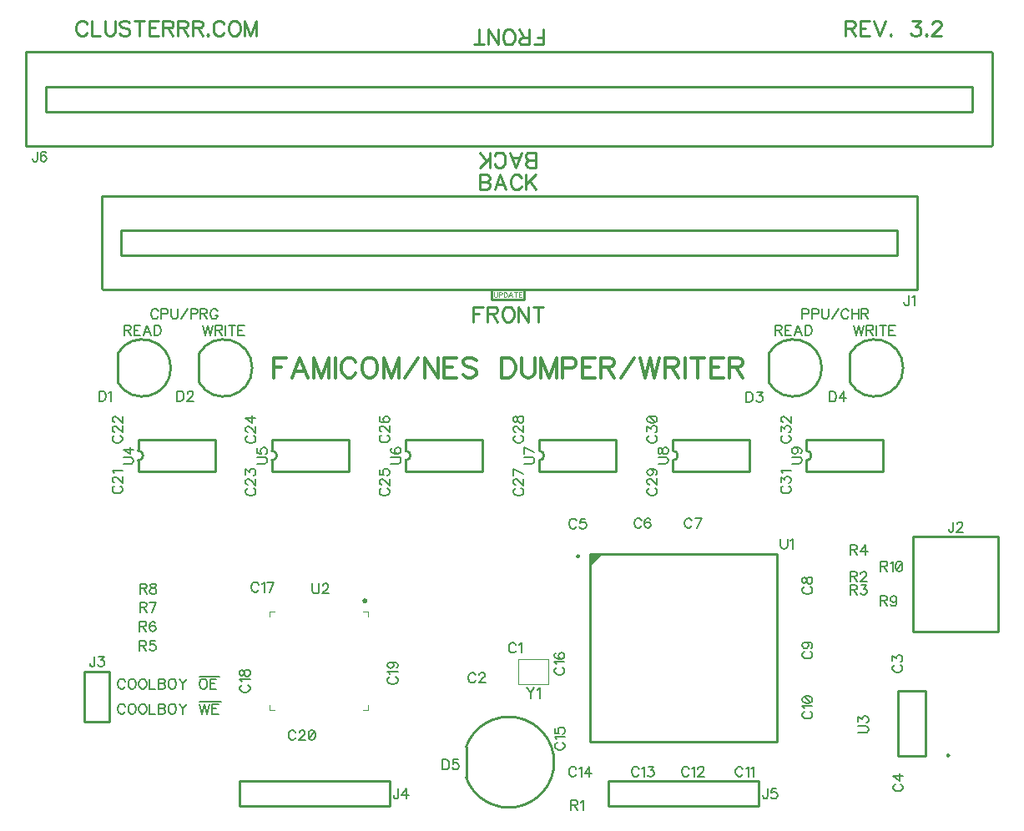
<source format=gbr>
G04 DipTrace 4.3.0.2*
G04 TopSilk.gbr*
%MOIN*%
G04 #@! TF.FileFunction,Legend,Top*
G04 #@! TF.Part,Single*
%ADD10C,0.009843*%
%ADD13C,0.004724*%
%ADD38C,0.003937*%
%ADD85C,0.006176*%
%ADD86C,0.009264*%
%ADD87C,0.012351*%
%ADD88C,0.003088*%
%FSLAX26Y26*%
G04*
G70*
G90*
G75*
G01*
G04 TopSilk*
%LPD*%
X770276Y2149270D2*
D10*
Y2263727D1*
G02X770276Y2149270I98597J-57228D01*
G01*
X1095276D2*
Y2263727D1*
G02X1095276Y2149270I98597J-57228D01*
G01*
X3370276D2*
Y2263727D1*
G02X3370276Y2149270I98597J-57228D01*
G01*
X3695276D2*
Y2263727D1*
G02X3695276Y2149270I98597J-57228D01*
G01*
X2162597Y569558D2*
Y693440D1*
Y569558D2*
G03X2162597Y693440I170181J61941D01*
G01*
X3965434Y2894018D2*
Y2518974D1*
X3884268Y2756528D2*
Y2656465D1*
X705747Y2891483D2*
Y2521509D1*
X784631Y2756453D2*
Y2656539D1*
X3965434Y2518974D2*
X709332D1*
X3965434Y2894018D2*
X709332D1*
X3884268Y2656465D2*
X784631Y2656539D1*
X3884268Y2756528D2*
X784631Y2756453D1*
X3948869Y1154724D2*
X4287451D1*
Y1532677D1*
X3948869D1*
Y1154724D1*
X637446Y793689D2*
X737451D1*
Y993713D1*
X637446D1*
Y793689D1*
X1856173Y456496D2*
Y556499D1*
X1256228D1*
Y456496D1*
X1856173D1*
X3331175D2*
Y556499D1*
X2731230D1*
Y456496D1*
X3331175D1*
X402974Y3093551D2*
Y3468593D1*
X484140Y3231042D2*
Y3331102D1*
X4262661Y3096087D2*
Y3466058D1*
X4183777Y3231117D2*
Y3331028D1*
X402974Y3468593D2*
X4259076D1*
X402974Y3093551D2*
X4259076D1*
X484140Y3331102D2*
X4183777Y3331028D1*
X484140Y3231042D2*
X4183777Y3231117D1*
X2656938Y1461867D2*
Y713915D1*
X3404710D1*
Y1461867D1*
X2656938D1*
G36*
X2609625Y1446202D2*
X2608603Y1446269D1*
X2607598Y1446469D1*
X2606628Y1446798D1*
X2605709Y1447251D1*
X2604857Y1447821D1*
X2604087Y1448496D1*
X2603411Y1449267D1*
X2602842Y1450118D1*
X2602389Y1451037D1*
X2602060Y1452008D1*
X2601860Y1453012D1*
X2601793Y1454035D1*
X2601860Y1455057D1*
X2602060Y1456062D1*
X2602389Y1457032D1*
X2602842Y1457951D1*
X2603411Y1458803D1*
X2604087Y1459573D1*
X2604857Y1460249D1*
X2605709Y1460818D1*
X2606628Y1461271D1*
X2607598Y1461601D1*
X2608603Y1461800D1*
X2609625Y1461867D1*
X2609716D1*
X2610738Y1461800D1*
X2611743Y1461601D1*
X2612713Y1461271D1*
X2613632Y1460818D1*
X2614484Y1460249D1*
X2615254Y1459573D1*
X2615930Y1458803D1*
X2616499Y1457951D1*
X2616952Y1457032D1*
X2617282Y1456062D1*
X2617482Y1455057D1*
X2617549Y1454035D1*
X2617482Y1453012D1*
X2617282Y1452008D1*
X2616952Y1451037D1*
X2616499Y1450118D1*
X2615930Y1449267D1*
X2615254Y1448496D1*
X2614484Y1447821D1*
X2613632Y1447251D1*
X2612713Y1446798D1*
X2611743Y1446469D1*
X2610738Y1446269D1*
X2609716Y1446202D1*
X2609625D1*
G37*
G36*
X2656938Y1461867D2*
Y1410706D1*
X2708009Y1461867D1*
X2656938D1*
G37*
X1771799Y1213139D2*
D13*
Y1234005D1*
X1750933D1*
Y840304D2*
X1771799D1*
Y861171D1*
X1378098D2*
Y840304D1*
X1398965D1*
Y1234005D2*
X1378098D1*
Y1213139D1*
G36*
X1768256Y1275738D2*
X1768172Y1274453D1*
X1767921Y1273190D1*
X1767507Y1271971D1*
X1766937Y1270816D1*
X1766222Y1269746D1*
X1765373Y1268778D1*
X1764405Y1267929D1*
X1763335Y1267214D1*
X1762180Y1266644D1*
X1760961Y1266230D1*
X1759698Y1265979D1*
X1758413Y1265895D1*
X1757129Y1265979D1*
X1755866Y1266230D1*
X1754647Y1266644D1*
X1753492Y1267214D1*
X1752422Y1267929D1*
X1751454Y1268778D1*
X1750605Y1269746D1*
X1749890Y1270816D1*
X1749320Y1271971D1*
X1748906Y1273190D1*
X1748655Y1274453D1*
X1748571Y1275738D1*
D1*
X1748655Y1277022D1*
X1748906Y1278285D1*
X1749320Y1279504D1*
X1749890Y1280659D1*
X1750605Y1281729D1*
X1751454Y1282697D1*
X1752422Y1283546D1*
X1753492Y1284261D1*
X1754647Y1284831D1*
X1755866Y1285245D1*
X1757129Y1285496D1*
X1758413Y1285580D1*
X1759698Y1285496D1*
X1760961Y1285245D1*
X1762180Y1284831D1*
X1763335Y1284261D1*
X1764405Y1283546D1*
X1765373Y1282697D1*
X1766222Y1281729D1*
X1766937Y1280659D1*
X1767507Y1279504D1*
X1767921Y1278285D1*
X1768172Y1277022D1*
X1768256Y1275738D1*
D1*
G37*
G36*
X4088081Y666273D2*
X4089087Y666207D1*
X4090075Y666011D1*
X4091029Y665687D1*
X4091932Y665241D1*
X4092770Y664681D1*
X4093528Y664017D1*
X4094192Y663260D1*
X4094752Y662422D1*
X4095197Y661518D1*
X4095521Y660564D1*
X4095718Y659576D1*
X4095783Y658571D1*
X4095718Y657566D1*
X4095521Y656577D1*
X4095197Y655623D1*
X4094752Y654720D1*
X4094192Y653882D1*
X4093528Y653125D1*
X4092770Y652460D1*
X4091932Y651901D1*
X4091029Y651455D1*
X4090075Y651131D1*
X4089087Y650935D1*
X4088081Y650869D1*
X4088055D1*
X4087050Y650935D1*
X4086062Y651131D1*
X4085108Y651455D1*
X4084204Y651901D1*
X4083366Y652460D1*
X4082609Y653125D1*
X4081945Y653882D1*
X4081385Y654720D1*
X4080939Y655623D1*
X4080615Y656577D1*
X4080419Y657566D1*
X4080353Y658571D1*
X4080419Y659576D1*
X4080615Y660564D1*
X4080939Y661518D1*
X4081385Y662422D1*
X4081945Y663260D1*
X4082609Y664017D1*
X4083366Y664681D1*
X4084204Y665241D1*
X4085108Y665687D1*
X4086062Y666011D1*
X4087050Y666207D1*
X4088055Y666273D1*
X4088081D1*
G37*
X3998819Y657531D2*
D10*
Y917362D1*
X3888583Y657531D2*
Y917362D1*
X3998819D2*
X3888583D1*
X3998819Y657531D2*
X3888583D1*
X852642Y1793513D2*
X1159760D1*
X852642Y1919484D2*
X1159760D1*
Y1793513D2*
Y1919484D1*
X852642Y1793513D2*
Y1836810D1*
Y1876188D2*
Y1919484D1*
Y1836810D2*
G03X852642Y1876188I-3J19689D01*
G01*
X1386391Y1793513D2*
X1693509D1*
X1386391Y1919484D2*
X1693509D1*
Y1793513D2*
Y1919484D1*
X1386391Y1793513D2*
Y1836810D1*
Y1876188D2*
Y1919484D1*
Y1836810D2*
G03X1386391Y1876188I-3J19689D01*
G01*
X1920142Y1793513D2*
X2227260D1*
X1920142Y1919484D2*
X2227260D1*
Y1793513D2*
Y1919484D1*
X1920142Y1793513D2*
Y1836810D1*
Y1876188D2*
Y1919484D1*
Y1836810D2*
G03X1920142Y1876188I-3J19689D01*
G01*
X2453891Y1793513D2*
X2761009D1*
X2453891Y1919484D2*
X2761009D1*
Y1793513D2*
Y1919484D1*
X2453891Y1793513D2*
Y1836810D1*
Y1876188D2*
Y1919484D1*
Y1836810D2*
G03X2453891Y1876188I-3J19689D01*
G01*
X2987642Y1793513D2*
X3294760D1*
X2987642Y1919484D2*
X3294760D1*
Y1793513D2*
Y1919484D1*
X2987642Y1793513D2*
Y1836810D1*
Y1876188D2*
Y1919484D1*
Y1836810D2*
G03X2987642Y1876188I-3J19689D01*
G01*
X3521391Y1793513D2*
X3828509D1*
X3521391Y1919484D2*
X3828509D1*
Y1793513D2*
Y1919484D1*
X3521391Y1793513D2*
Y1836810D1*
Y1876188D2*
Y1919484D1*
Y1836810D2*
G03X3521391Y1876188I-3J19689D01*
G01*
X2372147Y1043211D2*
D38*
Y944786D1*
X2490257D1*
Y1043211D1*
X2372147D1*
X2265576Y2515576D2*
D10*
Y2481201D1*
X2393701D1*
Y2518701D1*
X800096Y954427D2*
D85*
X798195Y958230D1*
X794348Y962076D1*
X790546Y963978D1*
X782896D1*
X779049Y962076D1*
X775247Y958230D1*
X773301Y954427D1*
X771400Y948679D1*
Y939084D1*
X773301Y933380D1*
X775247Y929534D1*
X779049Y925731D1*
X782896Y923786D1*
X790546D1*
X794348Y925731D1*
X798195Y929534D1*
X800096Y933380D1*
X823944Y963978D2*
X820097Y962076D1*
X816294Y958230D1*
X814349Y954427D1*
X812448Y948679D1*
Y939084D1*
X814349Y933380D1*
X816294Y929534D1*
X820097Y925731D1*
X823944Y923786D1*
X831593D1*
X835395Y925731D1*
X839242Y929534D1*
X841143Y933380D1*
X843045Y939084D1*
Y948679D1*
X841143Y954427D1*
X839242Y958230D1*
X835395Y962076D1*
X831593Y963978D1*
X823944D1*
X866892D2*
X863045Y962076D1*
X859243Y958230D1*
X857297Y954427D1*
X855396Y948679D1*
Y939084D1*
X857297Y933380D1*
X859243Y929534D1*
X863045Y925731D1*
X866892Y923786D1*
X874542D1*
X878344Y925731D1*
X882191Y929534D1*
X884092Y933380D1*
X885993Y939084D1*
Y948679D1*
X884092Y954427D1*
X882191Y958230D1*
X878344Y962076D1*
X874542Y963978D1*
X866892D1*
X898345D2*
Y923786D1*
X921293D1*
X933644Y963978D2*
Y923786D1*
X950888D1*
X956636Y925731D1*
X958537Y927632D1*
X960439Y931435D1*
Y937183D1*
X958537Y941030D1*
X956636Y942931D1*
X950888Y944832D1*
X956636Y946778D1*
X958537Y948679D1*
X960439Y952482D1*
Y956328D1*
X958537Y960131D1*
X956636Y962076D1*
X950888Y963978D1*
X933644D1*
Y944832D2*
X950888D1*
X984286Y963978D2*
X980439Y962076D1*
X976637Y958230D1*
X974691Y954427D1*
X972790Y948679D1*
Y939084D1*
X974691Y933380D1*
X976637Y929534D1*
X980439Y925731D1*
X984286Y923786D1*
X991935D1*
X995738Y925731D1*
X999585Y929534D1*
X1001486Y933380D1*
X1003387Y939084D1*
Y948679D1*
X1001486Y954427D1*
X999585Y958230D1*
X995738Y962076D1*
X991935Y963978D1*
X984286D1*
X1015739D2*
X1031037Y944832D1*
Y923786D1*
X1046336Y963978D2*
X1031037Y944832D1*
X1109064Y963978D2*
X1105217Y962076D1*
X1101415Y958230D1*
X1099469Y954427D1*
X1097568Y948679D1*
Y939084D1*
X1099469Y933380D1*
X1101415Y929534D1*
X1105217Y925731D1*
X1109064Y923786D1*
X1116713D1*
X1120516Y925731D1*
X1124363Y929534D1*
X1126264Y933380D1*
X1128165Y939084D1*
Y948679D1*
X1126264Y954427D1*
X1124363Y958230D1*
X1120516Y962076D1*
X1116713Y963978D1*
X1109064D1*
X1165366D2*
X1140517D1*
Y923786D1*
X1165366D1*
X1140517Y944832D2*
X1155815D1*
X1097568Y974457D2*
X1177717D1*
X932820Y2433381D2*
X930918Y2437184D1*
X927071Y2441030D1*
X923269Y2442932D1*
X915620D1*
X911773Y2441030D1*
X907970Y2437184D1*
X906025Y2433381D1*
X904124Y2427633D1*
Y2418038D1*
X906025Y2412335D1*
X907970Y2408488D1*
X911773Y2404685D1*
X915620Y2402740D1*
X923269D1*
X927071Y2404685D1*
X930918Y2408488D1*
X932820Y2412335D1*
X945171Y2421885D2*
X962415D1*
X968119Y2423786D1*
X970064Y2425732D1*
X971966Y2429534D1*
Y2435282D1*
X970064Y2439085D1*
X968119Y2441030D1*
X962415Y2442932D1*
X945171D1*
Y2402740D1*
X984317Y2442932D2*
Y2414236D1*
X986218Y2408488D1*
X990065Y2404685D1*
X995813Y2402740D1*
X999616D1*
X1005364Y2404685D1*
X1009210Y2408488D1*
X1011112Y2414236D1*
Y2442932D1*
X1023463Y2402740D2*
X1050258Y2442888D1*
X1062609Y2421885D2*
X1079853D1*
X1085557Y2423786D1*
X1087503Y2425732D1*
X1089404Y2429534D1*
Y2435282D1*
X1087503Y2439085D1*
X1085557Y2441030D1*
X1079853Y2442932D1*
X1062609D1*
Y2402740D1*
X1101755Y2423786D2*
X1118955D1*
X1124703Y2425732D1*
X1126649Y2427633D1*
X1128550Y2431436D1*
Y2435282D1*
X1126649Y2439085D1*
X1124703Y2441030D1*
X1118955Y2442932D1*
X1101755D1*
Y2402740D1*
X1115153Y2423786D2*
X1128550Y2402740D1*
X1169597Y2433381D2*
X1167696Y2437184D1*
X1163849Y2441030D1*
X1160047Y2442932D1*
X1152397D1*
X1148551Y2441030D1*
X1144748Y2437184D1*
X1142803Y2433381D1*
X1140901Y2427633D1*
Y2418038D1*
X1142803Y2412335D1*
X1144748Y2408488D1*
X1148551Y2404685D1*
X1152397Y2402740D1*
X1160047D1*
X1163849Y2404685D1*
X1167696Y2408488D1*
X1169597Y2412335D1*
Y2418038D1*
X1160047D1*
X796789Y2357582D2*
X813989D1*
X819737Y2359528D1*
X821682Y2361429D1*
X823583Y2365231D1*
Y2369078D1*
X821682Y2372881D1*
X819737Y2374826D1*
X813989Y2376728D1*
X796789D1*
Y2336536D1*
X810186Y2357582D2*
X823583Y2336536D1*
X860784Y2376728D2*
X835935D1*
Y2336536D1*
X860784D1*
X835935Y2357582D2*
X851233D1*
X903777Y2336536D2*
X888434Y2376728D1*
X873135Y2336536D1*
X878883Y2349933D2*
X898029D1*
X916128Y2376728D2*
Y2336536D1*
X929525D1*
X935273Y2338481D1*
X939120Y2342284D1*
X941022Y2346130D1*
X942923Y2351834D1*
Y2361429D1*
X941022Y2367177D1*
X939120Y2370979D1*
X935273Y2374826D1*
X929525Y2376728D1*
X916128D1*
X1110797D2*
X1120392Y2336536D1*
X1129943Y2376728D1*
X1139493Y2336536D1*
X1149088Y2376728D1*
X1161439Y2357582D2*
X1178639D1*
X1184387Y2359528D1*
X1186333Y2361429D1*
X1188234Y2365231D1*
Y2369078D1*
X1186333Y2372881D1*
X1184387Y2374826D1*
X1178639Y2376728D1*
X1161439D1*
Y2336536D1*
X1174837Y2357582D2*
X1188234Y2336536D1*
X1200585Y2376728D2*
Y2336536D1*
X1226334Y2376728D2*
Y2336536D1*
X1212937Y2376728D2*
X1239732D1*
X1276932D2*
X1252083D1*
Y2336536D1*
X1276932D1*
X1252083Y2357582D2*
X1267382D1*
X3505074Y2421885D2*
X3522318D1*
X3528022Y2423786D1*
X3529968Y2425732D1*
X3531869Y2429534D1*
Y2435282D1*
X3529968Y2439085D1*
X3528022Y2441030D1*
X3522318Y2442932D1*
X3505074D1*
Y2402740D1*
X3544220Y2421885D2*
X3561464D1*
X3567168Y2423786D1*
X3569114Y2425732D1*
X3571015Y2429534D1*
Y2435282D1*
X3569114Y2439085D1*
X3567168Y2441030D1*
X3561464Y2442932D1*
X3544220D1*
Y2402740D1*
X3583366Y2442932D2*
Y2414236D1*
X3585268Y2408488D1*
X3589114Y2404685D1*
X3594862Y2402740D1*
X3598665D1*
X3604413Y2404685D1*
X3608260Y2408488D1*
X3610161Y2414236D1*
Y2442932D1*
X3622512Y2402740D2*
X3649307Y2442888D1*
X3690354Y2433381D2*
X3688453Y2437184D1*
X3684606Y2441030D1*
X3680804Y2442932D1*
X3673155D1*
X3669308Y2441030D1*
X3665505Y2437184D1*
X3663560Y2433381D1*
X3661658Y2427633D1*
Y2418038D1*
X3663560Y2412335D1*
X3665505Y2408488D1*
X3669308Y2404685D1*
X3673155Y2402740D1*
X3680804D1*
X3684606Y2404685D1*
X3688453Y2408488D1*
X3690354Y2412335D1*
X3702706Y2442932D2*
Y2402740D1*
X3729500Y2442932D2*
Y2402740D1*
X3702706Y2423786D2*
X3729500D1*
X3741852D2*
X3759052D1*
X3764800Y2425732D1*
X3766745Y2427633D1*
X3768647Y2431436D1*
Y2435282D1*
X3766745Y2439085D1*
X3764800Y2441030D1*
X3759052Y2442932D1*
X3741852D1*
Y2402740D1*
X3755249Y2423786D2*
X3768647Y2402740D1*
X3396789Y2357582D2*
X3413989D1*
X3419737Y2359528D1*
X3421682Y2361429D1*
X3423583Y2365231D1*
Y2369078D1*
X3421682Y2372881D1*
X3419737Y2374826D1*
X3413989Y2376728D1*
X3396789D1*
Y2336536D1*
X3410186Y2357582D2*
X3423583Y2336536D1*
X3460784Y2376728D2*
X3435935D1*
Y2336536D1*
X3460784D1*
X3435935Y2357582D2*
X3451233D1*
X3503777Y2336536D2*
X3488434Y2376728D1*
X3473135Y2336536D1*
X3478883Y2349933D2*
X3498029D1*
X3516128Y2376728D2*
Y2336536D1*
X3529525D1*
X3535273Y2338481D1*
X3539120Y2342284D1*
X3541022Y2346130D1*
X3542923Y2351834D1*
Y2361429D1*
X3541022Y2367177D1*
X3539120Y2370979D1*
X3535273Y2374826D1*
X3529525Y2376728D1*
X3516128D1*
X3710797D2*
X3720392Y2336536D1*
X3729943Y2376728D1*
X3739493Y2336536D1*
X3749088Y2376728D1*
X3761439Y2357582D2*
X3778639D1*
X3784387Y2359528D1*
X3786333Y2361429D1*
X3788234Y2365231D1*
Y2369078D1*
X3786333Y2372881D1*
X3784387Y2374826D1*
X3778639Y2376728D1*
X3761439D1*
Y2336536D1*
X3774837Y2357582D2*
X3788234Y2336536D1*
X3800585Y2376728D2*
Y2336536D1*
X3826334Y2376728D2*
Y2336536D1*
X3812937Y2376728D2*
X3839732D1*
X3876932D2*
X3852083D1*
Y2336536D1*
X3876932D1*
X3852083Y2357582D2*
X3867382D1*
X648613Y3579598D2*
D86*
X645761Y3585302D1*
X639991Y3591072D1*
X634287Y3593924D1*
X622813D1*
X617043Y3591072D1*
X611339Y3585302D1*
X608421Y3579598D1*
X605569Y3570976D1*
Y3556584D1*
X608421Y3548028D1*
X611339Y3542258D1*
X617043Y3536554D1*
X622813Y3533636D1*
X634287D1*
X639991Y3536554D1*
X645761Y3542258D1*
X648613Y3548028D1*
X667140Y3593924D2*
Y3533636D1*
X701562D1*
X720089Y3593924D2*
Y3550880D1*
X722941Y3542258D1*
X728711Y3536554D1*
X737333Y3533636D1*
X743037D1*
X751659Y3536554D1*
X757429Y3542258D1*
X760281Y3550880D1*
Y3593924D1*
X819000Y3585302D2*
X813296Y3591072D1*
X804674Y3593924D1*
X793200D1*
X784578Y3591072D1*
X778808Y3585302D1*
Y3579598D1*
X781726Y3573828D1*
X784578Y3570976D1*
X790282Y3568124D1*
X807526Y3562354D1*
X813296Y3559502D1*
X816148Y3556584D1*
X819000Y3550880D1*
Y3542258D1*
X813296Y3536554D1*
X804674Y3533636D1*
X793200D1*
X784578Y3536554D1*
X778808Y3542258D1*
X857623Y3593924D2*
Y3533636D1*
X837527Y3593924D2*
X877719D1*
X933520D2*
X896246D1*
Y3533636D1*
X933520D1*
X896246Y3565206D2*
X919194D1*
X952047D2*
X977847D1*
X986469Y3568124D1*
X989387Y3570976D1*
X992239Y3576680D1*
Y3582450D1*
X989387Y3588154D1*
X986469Y3591072D1*
X977847Y3593924D1*
X952047D1*
Y3533636D1*
X972143Y3565206D2*
X992239Y3533636D1*
X1010766Y3565206D2*
X1036566D1*
X1045188Y3568124D1*
X1048106Y3570976D1*
X1050958Y3576680D1*
Y3582450D1*
X1048106Y3588154D1*
X1045188Y3591072D1*
X1036566Y3593924D1*
X1010766D1*
Y3533636D1*
X1030862Y3565206D2*
X1050958Y3533636D1*
X1069485Y3565206D2*
X1095285D1*
X1103907Y3568124D1*
X1106825Y3570976D1*
X1109677Y3576680D1*
Y3582450D1*
X1106825Y3588154D1*
X1103907Y3591072D1*
X1095285Y3593924D1*
X1069485D1*
Y3533636D1*
X1089581Y3565206D2*
X1109677Y3533636D1*
X1131056Y3539406D2*
X1128204Y3536488D1*
X1131056Y3533636D1*
X1133974Y3536488D1*
X1131056Y3539406D1*
X1195545Y3579598D2*
X1192693Y3585302D1*
X1186923Y3591072D1*
X1181220Y3593924D1*
X1169746D1*
X1163975Y3591072D1*
X1158272Y3585302D1*
X1155353Y3579598D1*
X1152501Y3570976D1*
Y3556584D1*
X1155353Y3548028D1*
X1158272Y3542258D1*
X1163975Y3536554D1*
X1169746Y3533636D1*
X1181220D1*
X1186923Y3536554D1*
X1192693Y3542258D1*
X1195545Y3548028D1*
X1231317Y3593924D2*
X1225546Y3591072D1*
X1219843Y3585302D1*
X1216924Y3579598D1*
X1214072Y3570976D1*
Y3556584D1*
X1216924Y3548028D1*
X1219843Y3542258D1*
X1225546Y3536554D1*
X1231317Y3533636D1*
X1242791D1*
X1248494Y3536554D1*
X1254264Y3542258D1*
X1257116Y3548028D1*
X1259968Y3556584D1*
Y3570976D1*
X1257116Y3579598D1*
X1254264Y3585302D1*
X1248494Y3591072D1*
X1242791Y3593924D1*
X1231317D1*
X1324391Y3533636D2*
Y3593924D1*
X1301443Y3533636D1*
X1278495Y3593924D1*
Y3533636D1*
X1443414Y2248115D2*
D87*
X1393627D1*
Y2167731D1*
Y2209825D2*
X1424224D1*
X1529400Y2167731D2*
X1498714Y2248115D1*
X1468117Y2167731D1*
X1479613Y2194526D2*
X1517904D1*
X1615297Y2167731D2*
Y2248115D1*
X1584700Y2167731D1*
X1554102Y2248115D1*
Y2167731D1*
X1640000Y2248115D2*
Y2167731D1*
X1722094Y2229014D2*
X1718292Y2236619D1*
X1710598Y2244313D1*
X1702993Y2248115D1*
X1687695D1*
X1680001Y2244313D1*
X1672396Y2236619D1*
X1668505Y2229014D1*
X1664702Y2217518D1*
Y2198329D1*
X1668505Y2186921D1*
X1672396Y2179227D1*
X1680001Y2171622D1*
X1687695Y2167731D1*
X1702993D1*
X1710598Y2171622D1*
X1718292Y2179227D1*
X1722094Y2186921D1*
X1769789Y2248115D2*
X1762096Y2244313D1*
X1754491Y2236619D1*
X1750600Y2229014D1*
X1746797Y2217518D1*
Y2198329D1*
X1750600Y2186921D1*
X1754491Y2179227D1*
X1762096Y2171622D1*
X1769789Y2167731D1*
X1785088D1*
X1792693Y2171622D1*
X1800386Y2179227D1*
X1804189Y2186921D1*
X1807992Y2198329D1*
Y2217518D1*
X1804189Y2229014D1*
X1800386Y2236619D1*
X1792693Y2244313D1*
X1785088Y2248115D1*
X1769789D1*
X1893889Y2167731D2*
Y2248115D1*
X1863292Y2167731D1*
X1832694Y2248115D1*
Y2167731D1*
X1918592D2*
X1972181Y2248027D1*
X2050473Y2248115D2*
Y2167731D1*
X1996884Y2248115D1*
Y2167731D1*
X2124874Y2248115D2*
X2075176D1*
Y2167731D1*
X2124874D1*
X2075176Y2209825D2*
X2105773D1*
X2203166Y2236619D2*
X2195561Y2244313D1*
X2184065Y2248115D1*
X2168767D1*
X2157270Y2244313D1*
X2149577Y2236619D1*
Y2229014D1*
X2153468Y2221321D1*
X2157270Y2217518D1*
X2164876Y2213716D1*
X2187868Y2206022D1*
X2195561Y2202220D1*
X2199364Y2198329D1*
X2203166Y2190724D1*
Y2179227D1*
X2195561Y2171622D1*
X2184065Y2167731D1*
X2168767D1*
X2157270Y2171622D1*
X2149577Y2179227D1*
X2305631Y2248115D2*
Y2167731D1*
X2332425D1*
X2343921Y2171622D1*
X2351615Y2179227D1*
X2355417Y2186921D1*
X2359220Y2198329D1*
Y2217518D1*
X2355417Y2229014D1*
X2351615Y2236619D1*
X2343921Y2244313D1*
X2332425Y2248115D1*
X2305631D1*
X2383923D2*
Y2190724D1*
X2387725Y2179227D1*
X2395419Y2171622D1*
X2406915Y2167731D1*
X2414520D1*
X2426016Y2171622D1*
X2433710Y2179227D1*
X2437512Y2190724D1*
Y2248115D1*
X2523409Y2167731D2*
Y2248115D1*
X2492812Y2167731D1*
X2462215Y2248115D1*
Y2167731D1*
X2548112Y2206022D2*
X2582600D1*
X2594008Y2209825D1*
X2597899Y2213716D1*
X2601701Y2221321D1*
Y2232817D1*
X2597899Y2240422D1*
X2594008Y2244313D1*
X2582600Y2248115D1*
X2548112D1*
Y2167731D1*
X2676103Y2248115D2*
X2626404D1*
Y2167731D1*
X2676103D1*
X2626404Y2209825D2*
X2657001D1*
X2700805D2*
X2735205D1*
X2746701Y2213716D1*
X2750592Y2217518D1*
X2754395Y2225123D1*
Y2232817D1*
X2750592Y2240422D1*
X2746701Y2244313D1*
X2735205Y2248115D1*
X2700805D1*
Y2167731D1*
X2727600Y2209825D2*
X2754395Y2167731D1*
X2779098D2*
X2832687Y2248027D1*
X2857390Y2248115D2*
X2876579Y2167731D1*
X2895680Y2248115D1*
X2914782Y2167731D1*
X2933971Y2248115D1*
X2958674Y2209825D2*
X2993074D1*
X3004570Y2213716D1*
X3008461Y2217518D1*
X3012263Y2225123D1*
Y2232817D1*
X3008461Y2240422D1*
X3004570Y2244313D1*
X2993074Y2248115D1*
X2958674D1*
Y2167731D1*
X2985469Y2209825D2*
X3012263Y2167731D1*
X3036966Y2248115D2*
Y2167731D1*
X3088464Y2248115D2*
Y2167731D1*
X3061669Y2248115D2*
X3115258D1*
X3189659D2*
X3139961D1*
Y2167731D1*
X3189659D1*
X3139961Y2209825D2*
X3170558D1*
X3214362D2*
X3248762D1*
X3260258Y2213716D1*
X3264149Y2217518D1*
X3267952Y2225123D1*
Y2232817D1*
X3264149Y2240422D1*
X3260258Y2244313D1*
X3248762Y2248115D1*
X3214362D1*
Y2167731D1*
X3241157Y2209825D2*
X3267952Y2167731D1*
X3677097Y3564409D2*
D86*
X3702896D1*
X3711519Y3567327D1*
X3714437Y3570179D1*
X3717289Y3575883D1*
Y3581653D1*
X3714437Y3587357D1*
X3711519Y3590275D1*
X3702896Y3593127D1*
X3677097D1*
Y3532839D1*
X3697193Y3564409D2*
X3717289Y3532839D1*
X3773090Y3593127D2*
X3735816D1*
Y3532839D1*
X3773090D1*
X3735816Y3564409D2*
X3758764D1*
X3791617Y3593127D2*
X3814565Y3532839D1*
X3837512Y3593127D1*
X3858891Y3538609D2*
X3856040Y3535691D1*
X3858891Y3532839D1*
X3861810Y3535691D1*
X3858891Y3538609D1*
X3944428Y3593061D2*
X3975932D1*
X3958754Y3570113D1*
X3967376D1*
X3973080Y3567261D1*
X3975932Y3564409D1*
X3978850Y3555787D1*
Y3550083D1*
X3975932Y3541461D1*
X3970228Y3535691D1*
X3961606Y3532839D1*
X3952984D1*
X3944428Y3535691D1*
X3941576Y3538609D1*
X3938658Y3544313D1*
X4000229Y3538609D2*
X3997377Y3535691D1*
X4000229Y3532839D1*
X4003147Y3535691D1*
X4000229Y3538609D1*
X4024593Y3578735D2*
Y3581587D1*
X4027444Y3587357D1*
X4030296Y3590209D1*
X4036066Y3593061D1*
X4047540D1*
X4053244Y3590209D1*
X4056096Y3587357D1*
X4059014Y3581587D1*
Y3575883D1*
X4056096Y3570113D1*
X4050392Y3561557D1*
X4021674Y3532839D1*
X4061866D1*
X800096Y854428D2*
D85*
X798195Y858231D1*
X794348Y862078D1*
X790546Y863979D1*
X782896D1*
X779049Y862078D1*
X775247Y858231D1*
X773301Y854428D1*
X771400Y848680D1*
Y839086D1*
X773301Y833382D1*
X775247Y829535D1*
X779049Y825732D1*
X782896Y823787D1*
X790546D1*
X794348Y825732D1*
X798195Y829535D1*
X800096Y833382D1*
X823944Y863979D2*
X820097Y862078D1*
X816294Y858231D1*
X814349Y854428D1*
X812448Y848680D1*
Y839086D1*
X814349Y833382D1*
X816294Y829535D1*
X820097Y825732D1*
X823944Y823787D1*
X831593D1*
X835395Y825732D1*
X839242Y829535D1*
X841143Y833382D1*
X843045Y839086D1*
Y848680D1*
X841143Y854428D1*
X839242Y858231D1*
X835395Y862078D1*
X831593Y863979D1*
X823944D1*
X866892D2*
X863045Y862078D1*
X859243Y858231D1*
X857297Y854428D1*
X855396Y848680D1*
Y839086D1*
X857297Y833382D1*
X859243Y829535D1*
X863045Y825732D1*
X866892Y823787D1*
X874542D1*
X878344Y825732D1*
X882191Y829535D1*
X884092Y833382D1*
X885993Y839086D1*
Y848680D1*
X884092Y854428D1*
X882191Y858231D1*
X878344Y862078D1*
X874542Y863979D1*
X866892D1*
X898345D2*
Y823787D1*
X921293D1*
X933644Y863979D2*
Y823787D1*
X950888D1*
X956636Y825732D1*
X958537Y827634D1*
X960439Y831436D1*
Y837184D1*
X958537Y841031D1*
X956636Y842932D1*
X950888Y844834D1*
X956636Y846779D1*
X958537Y848680D1*
X960439Y852483D1*
Y856330D1*
X958537Y860132D1*
X956636Y862078D1*
X950888Y863979D1*
X933644D1*
Y844834D2*
X950888D1*
X984286Y863979D2*
X980439Y862078D1*
X976637Y858231D1*
X974691Y854428D1*
X972790Y848680D1*
Y839086D1*
X974691Y833382D1*
X976637Y829535D1*
X980439Y825732D1*
X984286Y823787D1*
X991935D1*
X995738Y825732D1*
X999585Y829535D1*
X1001486Y833382D1*
X1003387Y839086D1*
Y848680D1*
X1001486Y854428D1*
X999585Y858231D1*
X995738Y862078D1*
X991935Y863979D1*
X984286D1*
X1015739D2*
X1031037Y844834D1*
Y823787D1*
X1046336Y863979D2*
X1031037Y844834D1*
X1097568Y863979D2*
X1107163Y823787D1*
X1116713Y863979D1*
X1126264Y823787D1*
X1135859Y863979D1*
X1173059D2*
X1148210D1*
Y823787D1*
X1173059D1*
X1148210Y844834D2*
X1163509D1*
X1097568Y874458D2*
X1185411D1*
X2229423Y2451475D2*
D86*
X2192083D1*
Y2391187D1*
Y2422757D2*
X2215031D1*
X2247950D2*
X2273750D1*
X2282372Y2425675D1*
X2285291Y2428527D1*
X2288142Y2434231D1*
Y2440001D1*
X2285291Y2445705D1*
X2282372Y2448623D1*
X2273750Y2451475D1*
X2247950D1*
Y2391187D1*
X2268046Y2422757D2*
X2288142Y2391187D1*
X2323914Y2451475D2*
X2318143Y2448623D1*
X2312440Y2442853D1*
X2309521Y2437149D1*
X2306670Y2428527D1*
Y2414135D1*
X2309521Y2405579D1*
X2312440Y2399809D1*
X2318143Y2394105D1*
X2323914Y2391187D1*
X2335388D1*
X2341091Y2394105D1*
X2346862Y2399809D1*
X2349713Y2405579D1*
X2352565Y2414135D1*
Y2428527D1*
X2349713Y2437149D1*
X2346862Y2442853D1*
X2341091Y2448623D1*
X2335388Y2451475D1*
X2323914D1*
X2411284D2*
Y2391187D1*
X2371092Y2451475D1*
Y2391187D1*
X2449908Y2451475D2*
Y2391187D1*
X2429812Y2451475D2*
X2470004D1*
X2432980Y3498425D2*
X2470320D1*
Y3558713D1*
Y3527143D2*
X2447372D1*
X2414452D2*
X2388653D1*
X2380031Y3524225D1*
X2377112Y3521373D1*
X2374260Y3515669D1*
Y3509899D1*
X2377112Y3504195D1*
X2380031Y3501277D1*
X2388653Y3498425D1*
X2414452D1*
Y3558713D1*
X2394356Y3527143D2*
X2374260Y3558713D1*
X2338489Y3498425D2*
X2344259Y3501277D1*
X2349963Y3507047D1*
X2352881Y3512751D1*
X2355733Y3521373D1*
Y3535765D1*
X2352881Y3544321D1*
X2349963Y3550091D1*
X2344259Y3555795D1*
X2338489Y3558713D1*
X2327015D1*
X2321312Y3555795D1*
X2315541Y3550091D1*
X2312689Y3544321D1*
X2309838Y3535765D1*
Y3521373D1*
X2312689Y3512751D1*
X2315541Y3507047D1*
X2321312Y3501277D1*
X2327015Y3498425D1*
X2338489D1*
X2251118D2*
Y3558713D1*
X2291310Y3498425D1*
Y3558713D1*
X2212495Y3498425D2*
Y3558713D1*
X2232591Y3498425D2*
X2192399D1*
X2217083Y2979600D2*
Y2919312D1*
X2242949D1*
X2251571Y2922230D1*
X2254423Y2925082D1*
X2257275Y2930786D1*
Y2939408D1*
X2254423Y2945178D1*
X2251571Y2948030D1*
X2242949Y2950882D1*
X2251571Y2953800D1*
X2254423Y2956652D1*
X2257275Y2962356D1*
Y2968126D1*
X2254423Y2973830D1*
X2251571Y2976748D1*
X2242949Y2979600D1*
X2217083D1*
Y2950882D2*
X2242949D1*
X2321764Y2919312D2*
X2298750Y2979600D1*
X2275802Y2919312D1*
X2284424Y2939408D2*
X2313142D1*
X2383335Y2965274D2*
X2380484Y2970978D1*
X2374713Y2976748D1*
X2369010Y2979600D1*
X2357536D1*
X2351766Y2976748D1*
X2346062Y2970978D1*
X2343143Y2965274D1*
X2340292Y2956652D1*
Y2942260D1*
X2343143Y2933704D1*
X2346062Y2927934D1*
X2351766Y2922230D1*
X2357536Y2919312D1*
X2369010D1*
X2374713Y2922230D1*
X2380484Y2927934D1*
X2383335Y2933704D1*
X2401863Y2979600D2*
Y2919312D1*
X2442055Y2979600D2*
X2401863Y2939408D1*
X2416188Y2953800D2*
X2442055Y2919312D1*
X2442194Y3007801D2*
Y3068089D1*
X2416328D1*
X2407705Y3065170D1*
X2404854Y3062318D1*
X2402002Y3056615D1*
Y3047993D1*
X2404854Y3042222D1*
X2407705Y3039371D1*
X2416328Y3036519D1*
X2407705Y3033600D1*
X2404854Y3030748D1*
X2402002Y3025045D1*
Y3019275D1*
X2404854Y3013571D1*
X2407705Y3010652D1*
X2416328Y3007801D1*
X2442194D1*
Y3036519D2*
X2416328D1*
X2337512Y3068089D2*
X2360527Y3007801D1*
X2383475Y3068089D1*
X2374853Y3047993D2*
X2346134D1*
X2275941Y3022126D2*
X2278793Y3016423D1*
X2284563Y3010652D1*
X2290267Y3007801D1*
X2301741D1*
X2307511Y3010652D1*
X2313215Y3016423D1*
X2316133Y3022126D1*
X2318985Y3030748D1*
Y3045141D1*
X2316133Y3053696D1*
X2313215Y3059467D1*
X2307511Y3065170D1*
X2301741Y3068089D1*
X2290267D1*
X2284563Y3065170D1*
X2278793Y3059467D1*
X2275941Y3053696D1*
X2257414Y3007801D2*
Y3068089D1*
X2217222Y3007801D2*
X2257414Y3047993D1*
X2243088Y3033600D2*
X2217222Y3068089D1*
X2273369Y2508793D2*
D88*
Y2494445D1*
X2274320Y2491571D1*
X2276243Y2489669D1*
X2279117Y2488697D1*
X2281019D1*
X2283893Y2489669D1*
X2285816Y2491571D1*
X2286767Y2494445D1*
Y2508793D1*
X2292942Y2498269D2*
X2301564D1*
X2304416Y2499220D1*
X2305389Y2500193D1*
X2306340Y2502094D1*
Y2504968D1*
X2305389Y2506869D1*
X2304416Y2507842D1*
X2301564Y2508793D1*
X2292942D1*
Y2488697D1*
X2312515Y2508793D2*
Y2488697D1*
X2319214D1*
X2322088Y2489669D1*
X2324012Y2491571D1*
X2324962Y2493494D1*
X2325913Y2496346D1*
Y2501143D1*
X2324962Y2504017D1*
X2324012Y2505919D1*
X2322088Y2507842D1*
X2319214Y2508793D1*
X2312515D1*
X2347409Y2488697D2*
X2339738Y2508793D1*
X2332088Y2488697D1*
X2334963Y2495395D2*
X2344535D1*
X2360284Y2508793D2*
Y2488697D1*
X2353585Y2508793D2*
X2366982D1*
X2385583D2*
X2373158D1*
Y2488697D1*
X2385583D1*
X2373158Y2499220D2*
X2380807D1*
X2361199Y1098932D2*
D85*
X2359298Y1102735D1*
X2355451Y1106581D1*
X2351648Y1108483D1*
X2343999D1*
X2340152Y1106581D1*
X2336350Y1102735D1*
X2334404Y1098932D1*
X2332503Y1093184D1*
Y1083589D1*
X2334404Y1077885D1*
X2336350Y1074039D1*
X2340152Y1070236D1*
X2343999Y1068291D1*
X2351648D1*
X2355451Y1070236D1*
X2359298Y1074039D1*
X2361199Y1077885D1*
X2373550Y1100789D2*
X2377397Y1102735D1*
X2383145Y1108438D1*
Y1068291D1*
X2200439Y979659D2*
X2198538Y983462D1*
X2194691Y987308D1*
X2190888Y989210D1*
X2183239D1*
X2179392Y987308D1*
X2175590Y983462D1*
X2173644Y979659D1*
X2171743Y973911D1*
Y964316D1*
X2173644Y958612D1*
X2175590Y954766D1*
X2179392Y950963D1*
X2183239Y949018D1*
X2190888D1*
X2194691Y950963D1*
X2198538Y954766D1*
X2200439Y958612D1*
X2214736Y979615D2*
Y981516D1*
X2216637Y985363D1*
X2218538Y987264D1*
X2222385Y989165D1*
X2230034D1*
X2233837Y987264D1*
X2235738Y985363D1*
X2237684Y981516D1*
Y977714D1*
X2235738Y973867D1*
X2231936Y968163D1*
X2212790Y949018D1*
X2239585D1*
X3874988Y1019726D2*
X3871185Y1017825D1*
X3867339Y1013978D1*
X3865437Y1010176D1*
Y1002527D1*
X3867339Y998680D1*
X3871185Y994877D1*
X3874988Y992932D1*
X3880736Y991030D1*
X3890331D1*
X3896035Y992932D1*
X3899881Y994877D1*
X3903684Y998680D1*
X3905629Y1002527D1*
Y1010176D1*
X3903684Y1013978D1*
X3899881Y1017825D1*
X3896035Y1019726D1*
X3865482Y1035925D2*
Y1056927D1*
X3880780Y1045475D1*
Y1051223D1*
X3882681Y1055026D1*
X3884583Y1056927D1*
X3890331Y1058872D1*
X3894133D1*
X3899881Y1056927D1*
X3903728Y1053124D1*
X3905629Y1047376D1*
Y1041628D1*
X3903728Y1035925D1*
X3901783Y1034023D1*
X3897980Y1032078D1*
X3876858Y543776D2*
X3873055Y541874D1*
X3869209Y538028D1*
X3867307Y534225D1*
Y526576D1*
X3869209Y522729D1*
X3873055Y518927D1*
X3876858Y516981D1*
X3882606Y515080D1*
X3892201D1*
X3897905Y516981D1*
X3901751Y518927D1*
X3905554Y522729D1*
X3907499Y526576D1*
Y534225D1*
X3905554Y538028D1*
X3901751Y541874D1*
X3897905Y543776D1*
X3907499Y575273D2*
X3867352D1*
X3894102Y556127D1*
Y584823D1*
X2603257Y1594933D2*
X2601355Y1598736D1*
X2597509Y1602583D1*
X2593706Y1604484D1*
X2586057D1*
X2582210Y1602583D1*
X2578407Y1598736D1*
X2576462Y1594933D1*
X2574561Y1589185D1*
Y1579591D1*
X2576462Y1573887D1*
X2578407Y1570040D1*
X2582210Y1566237D1*
X2586057Y1564292D1*
X2593706D1*
X2597509Y1566237D1*
X2601355Y1570040D1*
X2603257Y1573887D1*
X2638556Y1604440D2*
X2619455D1*
X2617553Y1587240D1*
X2619455Y1589141D1*
X2625203Y1591087D1*
X2630907D1*
X2636655Y1589141D1*
X2640501Y1585339D1*
X2642403Y1579591D1*
Y1575788D1*
X2640501Y1570040D1*
X2636655Y1566193D1*
X2630907Y1564292D1*
X2625203D1*
X2619455Y1566193D1*
X2617553Y1568139D1*
X2615608Y1571941D1*
X2863269Y1597134D2*
X2861367Y1600937D1*
X2857521Y1604783D1*
X2853718Y1606685D1*
X2846069D1*
X2842222Y1604783D1*
X2838419Y1600937D1*
X2836474Y1597134D1*
X2834573Y1591386D1*
Y1581791D1*
X2836474Y1576088D1*
X2838419Y1572241D1*
X2842222Y1568438D1*
X2846069Y1566493D1*
X2853718D1*
X2857521Y1568438D1*
X2861367Y1572241D1*
X2863269Y1576088D1*
X2898568Y1600937D2*
X2896667Y1604739D1*
X2890919Y1606641D1*
X2887116D1*
X2881368Y1604739D1*
X2877521Y1598991D1*
X2875620Y1589441D1*
Y1579890D1*
X2877521Y1572241D1*
X2881368Y1568394D1*
X2887116Y1566493D1*
X2889017D1*
X2894721Y1568394D1*
X2898568Y1572241D1*
X2900469Y1577989D1*
Y1579890D1*
X2898568Y1585638D1*
X2894721Y1589441D1*
X2889017Y1591342D1*
X2887116D1*
X2881368Y1589441D1*
X2877521Y1585638D1*
X2875620Y1579890D1*
X3063474Y1597134D2*
X3061573Y1600937D1*
X3057726Y1604783D1*
X3053924Y1606685D1*
X3046275D1*
X3042428Y1604783D1*
X3038625Y1600937D1*
X3036680Y1597134D1*
X3034778Y1591386D1*
Y1581791D1*
X3036680Y1576088D1*
X3038625Y1572241D1*
X3042428Y1568438D1*
X3046275Y1566493D1*
X3053924D1*
X3057726Y1568438D1*
X3061573Y1572241D1*
X3063474Y1576088D1*
X3083475Y1566493D2*
X3102620Y1606641D1*
X3075826D1*
X3514702Y1332247D2*
X3510899Y1330346D1*
X3507052Y1326499D1*
X3505151Y1322697D1*
Y1315047D1*
X3507052Y1311201D1*
X3510899Y1307398D1*
X3514702Y1305453D1*
X3520450Y1303551D1*
X3530045D1*
X3535748Y1305453D1*
X3539595Y1307398D1*
X3543398Y1311201D1*
X3545343Y1315047D1*
Y1322697D1*
X3543398Y1326499D1*
X3539595Y1330346D1*
X3535748Y1332247D1*
X3505195Y1354149D2*
X3507097Y1348445D1*
X3510899Y1346500D1*
X3514746D1*
X3518549Y1348445D1*
X3520494Y1352248D1*
X3522395Y1359897D1*
X3524297Y1365645D1*
X3528143Y1369448D1*
X3531946Y1371349D1*
X3537694D1*
X3541496Y1369448D1*
X3543442Y1367546D1*
X3545343Y1361798D1*
Y1354149D1*
X3543442Y1348445D1*
X3541496Y1346500D1*
X3537694Y1344599D1*
X3531946D1*
X3528143Y1346500D1*
X3524297Y1350347D1*
X3522395Y1356050D1*
X3520494Y1363700D1*
X3518549Y1367546D1*
X3514746Y1369448D1*
X3510899D1*
X3507097Y1367546D1*
X3505195Y1361798D1*
Y1354149D1*
X3514702Y1073802D2*
X3510899Y1071900D1*
X3507052Y1068054D1*
X3505151Y1064251D1*
Y1056602D1*
X3507052Y1052755D1*
X3510899Y1048953D1*
X3514702Y1047007D1*
X3520450Y1045106D1*
X3530045D1*
X3535748Y1047007D1*
X3539595Y1048953D1*
X3543398Y1052755D1*
X3545343Y1056602D1*
Y1064251D1*
X3543398Y1068054D1*
X3539595Y1071900D1*
X3535748Y1073802D1*
X3518549Y1111046D2*
X3524297Y1109101D1*
X3528143Y1105298D1*
X3530045Y1099550D1*
Y1097649D1*
X3528143Y1091901D1*
X3524297Y1088099D1*
X3518549Y1086153D1*
X3516647D1*
X3510899Y1088099D1*
X3507097Y1091901D1*
X3505195Y1097649D1*
Y1099550D1*
X3507097Y1105298D1*
X3510899Y1109101D1*
X3518549Y1111046D1*
X3528143D1*
X3537694Y1109101D1*
X3543442Y1105298D1*
X3545343Y1099550D1*
Y1095748D1*
X3543442Y1090000D1*
X3539595Y1088099D1*
X3514702Y833753D2*
X3510899Y831852D1*
X3507052Y828005D1*
X3505151Y824203D1*
Y816553D1*
X3507052Y812707D1*
X3510899Y808904D1*
X3514702Y806959D1*
X3520450Y805057D1*
X3530045D1*
X3535748Y806959D1*
X3539595Y808904D1*
X3543398Y812707D1*
X3545343Y816553D1*
Y824203D1*
X3543398Y828005D1*
X3539595Y831852D1*
X3535748Y833753D1*
X3512845Y846105D2*
X3510899Y849951D1*
X3505195Y855699D1*
X3545343D1*
X3505195Y879547D2*
X3507097Y873799D1*
X3512845Y869952D1*
X3522395Y868051D1*
X3528143D1*
X3537694Y869952D1*
X3543442Y873799D1*
X3545343Y879547D1*
Y883349D1*
X3543442Y889098D1*
X3537694Y892900D1*
X3528143Y894846D1*
X3522395D1*
X3512845Y892900D1*
X3507097Y889098D1*
X3505195Y883349D1*
Y879547D1*
X3512845Y892900D2*
X3537694Y869952D1*
X3267353Y603949D2*
X3265452Y607752D1*
X3261605Y611598D1*
X3257803Y613500D1*
X3250153D1*
X3246307Y611598D1*
X3242504Y607752D1*
X3240559Y603949D1*
X3238657Y598201D1*
Y588606D1*
X3240559Y582903D1*
X3242504Y579056D1*
X3246307Y575253D1*
X3250153Y573308D1*
X3257803D1*
X3261605Y575253D1*
X3265452Y579056D1*
X3267353Y582903D1*
X3279705Y605806D2*
X3283551Y607752D1*
X3289299Y613456D1*
Y573308D1*
X3301651Y605806D2*
X3305498Y607752D1*
X3311246Y613456D1*
Y573308D1*
X3052503Y603949D2*
X3050601Y607752D1*
X3046755Y611598D1*
X3042952Y613500D1*
X3035303D1*
X3031456Y611598D1*
X3027653Y607752D1*
X3025708Y603949D1*
X3023807Y598201D1*
Y588606D1*
X3025708Y582903D1*
X3027653Y579056D1*
X3031456Y575253D1*
X3035303Y573308D1*
X3042952D1*
X3046755Y575253D1*
X3050601Y579056D1*
X3052503Y582903D1*
X3064854Y605806D2*
X3068701Y607752D1*
X3074449Y613456D1*
Y573308D1*
X3088746Y603905D2*
Y605806D1*
X3090647Y609653D1*
X3092548Y611554D1*
X3096395Y613456D1*
X3104044D1*
X3107847Y611554D1*
X3109748Y609653D1*
X3111694Y605806D1*
Y602004D1*
X3109748Y598157D1*
X3105946Y592453D1*
X3086800Y573308D1*
X3113595D1*
X2852503Y603949D2*
X2850601Y607752D1*
X2846755Y611598D1*
X2842952Y613500D1*
X2835303D1*
X2831456Y611598D1*
X2827653Y607752D1*
X2825708Y603949D1*
X2823807Y598201D1*
Y588606D1*
X2825708Y582903D1*
X2827653Y579056D1*
X2831456Y575253D1*
X2835303Y573308D1*
X2842952D1*
X2846755Y575253D1*
X2850601Y579056D1*
X2852503Y582903D1*
X2864854Y605806D2*
X2868701Y607752D1*
X2874449Y613456D1*
Y573308D1*
X2890647Y613456D2*
X2911649D1*
X2900198Y598157D1*
X2905946D1*
X2909748Y596256D1*
X2911649Y594354D1*
X2913595Y588606D1*
Y584804D1*
X2911649Y579056D1*
X2907847Y575209D1*
X2902099Y573308D1*
X2896351D1*
X2890647Y575209D1*
X2888746Y577154D1*
X2886800Y580957D1*
X2601552Y603949D2*
X2599651Y607752D1*
X2595804Y611598D1*
X2592001Y613500D1*
X2584352D1*
X2580505Y611598D1*
X2576703Y607752D1*
X2574757Y603949D1*
X2572856Y598201D1*
Y588606D1*
X2574757Y582903D1*
X2576703Y579056D1*
X2580505Y575253D1*
X2584352Y573308D1*
X2592001D1*
X2595804Y575253D1*
X2599651Y579056D1*
X2601552Y582903D1*
X2613903Y605806D2*
X2617750Y607752D1*
X2623498Y613456D1*
Y573308D1*
X2654995D2*
Y613456D1*
X2635850Y586705D1*
X2664546D1*
X2525922Y709811D2*
X2522120Y707910D1*
X2518273Y704063D1*
X2516372Y700260D1*
Y692611D1*
X2518273Y688764D1*
X2522120Y684962D1*
X2525922Y683016D1*
X2531670Y681115D1*
X2541265D1*
X2546969Y683016D1*
X2550816Y684962D1*
X2554618Y688764D1*
X2556564Y692611D1*
Y700260D1*
X2554618Y704063D1*
X2550816Y707910D1*
X2546969Y709811D1*
X2524065Y722162D2*
X2522120Y726009D1*
X2516416Y731757D1*
X2556564D1*
X2516416Y767057D2*
Y747955D1*
X2533616Y746054D1*
X2531714Y747955D1*
X2529769Y753703D1*
Y759407D1*
X2531714Y765155D1*
X2535517Y769002D1*
X2541265Y770903D1*
X2545068D1*
X2550816Y769002D1*
X2554662Y765155D1*
X2556564Y759407D1*
Y753703D1*
X2554662Y747955D1*
X2552717Y746054D1*
X2548914Y744109D1*
X2524644Y1009725D2*
X2520841Y1007823D1*
X2516995Y1003977D1*
X2515093Y1000174D1*
Y992525D1*
X2516995Y988678D1*
X2520841Y984876D1*
X2524644Y982930D1*
X2530392Y981029D1*
X2539987D1*
X2545691Y982930D1*
X2549537Y984876D1*
X2553340Y988678D1*
X2555285Y992525D1*
Y1000174D1*
X2553340Y1003977D1*
X2549537Y1007823D1*
X2545691Y1009725D1*
X2522787Y1022076D2*
X2520841Y1025923D1*
X2515138Y1031671D1*
X2555285D1*
X2520841Y1066970D2*
X2517039Y1065069D1*
X2515138Y1059321D1*
Y1055518D1*
X2517039Y1049770D1*
X2522787Y1045924D1*
X2532338Y1044022D1*
X2541888D1*
X2549537Y1045924D1*
X2553384Y1049770D1*
X2555285Y1055518D1*
Y1057420D1*
X2553384Y1063123D1*
X2549537Y1066970D1*
X2543789Y1068871D1*
X2541888D1*
X2536140Y1066970D1*
X2532338Y1063123D1*
X2530436Y1057420D1*
Y1055518D1*
X2532338Y1049770D1*
X2536140Y1045924D1*
X2541888Y1044022D1*
X1333752Y1341449D2*
X1331851Y1345252D1*
X1328004Y1349098D1*
X1324201Y1351000D1*
X1316552D1*
X1312705Y1349098D1*
X1308903Y1345252D1*
X1306957Y1341449D1*
X1305056Y1335701D1*
Y1326106D1*
X1306957Y1320403D1*
X1308903Y1316556D1*
X1312705Y1312753D1*
X1316552Y1310808D1*
X1324201D1*
X1328004Y1312753D1*
X1331851Y1316556D1*
X1333752Y1320403D1*
X1346103Y1343306D2*
X1349950Y1345252D1*
X1355698Y1350956D1*
Y1310808D1*
X1375699D2*
X1394844Y1350956D1*
X1368050D1*
X1268393Y940025D2*
X1264591Y938123D1*
X1260744Y934277D1*
X1258843Y930474D1*
Y922825D1*
X1260744Y918978D1*
X1264591Y915176D1*
X1268393Y913230D1*
X1274141Y911329D1*
X1283736D1*
X1289440Y913230D1*
X1293287Y915176D1*
X1297089Y918978D1*
X1299035Y922825D1*
Y930474D1*
X1297089Y934277D1*
X1293287Y938123D1*
X1289440Y940025D1*
X1266536Y952376D2*
X1264591Y956223D1*
X1258887Y961971D1*
X1299035D1*
X1258887Y983873D2*
X1260788Y978169D1*
X1264591Y976224D1*
X1268438D1*
X1272240Y978169D1*
X1274186Y981972D1*
X1276087Y989621D1*
X1277988Y995369D1*
X1281835Y999172D1*
X1285637Y1001073D1*
X1291386D1*
X1295188Y999172D1*
X1297134Y997270D1*
X1299035Y991522D1*
Y983873D1*
X1297134Y978169D1*
X1295188Y976224D1*
X1291386Y974322D1*
X1285637D1*
X1281835Y976224D1*
X1277988Y980070D1*
X1276087Y985774D1*
X1274186Y993423D1*
X1272240Y997270D1*
X1268438Y999172D1*
X1264591D1*
X1260788Y997270D1*
X1258887Y991522D1*
Y983873D1*
X1858452Y972204D2*
X1854650Y970303D1*
X1850803Y966456D1*
X1848902Y962653D1*
Y955004D1*
X1850803Y951157D1*
X1854650Y947355D1*
X1858452Y945409D1*
X1864200Y943508D1*
X1873795D1*
X1879499Y945409D1*
X1883346Y947355D1*
X1887148Y951157D1*
X1889094Y955004D1*
Y962653D1*
X1887148Y966456D1*
X1883346Y970303D1*
X1879499Y972204D1*
X1856595Y984555D2*
X1854650Y988402D1*
X1848946Y994150D1*
X1889094D1*
X1862299Y1031395D2*
X1868047Y1029449D1*
X1871894Y1025647D1*
X1873795Y1019899D1*
Y1017998D1*
X1871894Y1012250D1*
X1868047Y1008447D1*
X1862299Y1006502D1*
X1860398D1*
X1854650Y1008447D1*
X1850847Y1012250D1*
X1848946Y1017998D1*
Y1019899D1*
X1850847Y1025647D1*
X1854650Y1029449D1*
X1862299Y1031395D1*
X1871894D1*
X1881445Y1029449D1*
X1887193Y1025647D1*
X1889094Y1019899D1*
Y1016096D1*
X1887193Y1010348D1*
X1883346Y1008447D1*
X1481401Y750259D2*
X1479500Y754061D1*
X1475653Y757908D1*
X1471851Y759809D1*
X1464201D1*
X1460355Y757908D1*
X1456552Y754061D1*
X1454607Y750259D1*
X1452705Y744511D1*
Y734916D1*
X1454607Y729212D1*
X1456552Y725365D1*
X1460355Y721563D1*
X1464201Y719617D1*
X1471851D1*
X1475653Y721563D1*
X1479500Y725365D1*
X1481401Y729212D1*
X1495698Y750215D2*
Y752116D1*
X1497600Y755963D1*
X1499501Y757864D1*
X1503348Y759765D1*
X1510997D1*
X1514799Y757864D1*
X1516701Y755963D1*
X1518646Y752116D1*
Y748313D1*
X1516701Y744467D1*
X1512898Y738763D1*
X1493753Y719617D1*
X1520547D1*
X1544395Y759765D2*
X1538647Y757864D1*
X1534800Y752116D1*
X1532899Y742565D1*
Y736817D1*
X1534800Y727267D1*
X1538647Y721519D1*
X1544395Y719617D1*
X1548197D1*
X1553945Y721519D1*
X1557748Y727267D1*
X1559694Y736817D1*
Y742565D1*
X1557748Y752116D1*
X1553945Y757864D1*
X1548197Y759765D1*
X1544395D1*
X1557748Y752116D2*
X1534800Y727267D1*
X758723Y1734050D2*
X754920Y1732149D1*
X751073Y1728302D1*
X749172Y1724499D1*
Y1716850D1*
X751073Y1713003D1*
X754920Y1709201D1*
X758723Y1707255D1*
X764471Y1705354D1*
X774065D1*
X779769Y1707255D1*
X783616Y1709201D1*
X787418Y1713003D1*
X789364Y1716850D1*
Y1724499D1*
X787418Y1728302D1*
X783616Y1732149D1*
X779769Y1734050D1*
X758767Y1748347D2*
X756865D1*
X753019Y1750248D1*
X751117Y1752149D1*
X749216Y1755996D1*
Y1763645D1*
X751117Y1767448D1*
X753019Y1769349D1*
X756865Y1771295D1*
X760668D1*
X764515Y1769349D1*
X770219Y1765547D1*
X789364Y1746401D1*
Y1773196D1*
X756865Y1785547D2*
X754920Y1789394D1*
X749216Y1795142D1*
X789364D1*
X758723Y1936425D2*
X754920Y1934524D1*
X751073Y1930677D1*
X749172Y1926874D1*
Y1919225D1*
X751073Y1915378D1*
X754920Y1911576D1*
X758723Y1909630D1*
X764471Y1907729D1*
X774066D1*
X779769Y1909630D1*
X783616Y1911576D1*
X787419Y1915378D1*
X789364Y1919225D1*
Y1926874D1*
X787419Y1930677D1*
X783616Y1934524D1*
X779769Y1936425D1*
X758767Y1950722D2*
X756866D1*
X753019Y1952623D1*
X751118Y1954524D1*
X749216Y1958371D1*
Y1966020D1*
X751118Y1969823D1*
X753019Y1971724D1*
X756866Y1973670D1*
X760668D1*
X764515Y1971724D1*
X770219Y1967922D1*
X789364Y1948776D1*
Y1975571D1*
X758767Y1989868D2*
X756866D1*
X753019Y1991769D1*
X751118Y1993670D1*
X749216Y1997517D1*
Y2005167D1*
X751118Y2008969D1*
X753019Y2010870D1*
X756866Y2012816D1*
X760668D1*
X764515Y2010870D1*
X770219Y2007068D1*
X789364Y1987922D1*
Y2014717D1*
X1291310Y1725450D2*
X1287508Y1723549D1*
X1283661Y1719702D1*
X1281760Y1715899D1*
Y1708250D1*
X1283661Y1704403D1*
X1287508Y1700601D1*
X1291310Y1698655D1*
X1297058Y1696754D1*
X1306653D1*
X1312357Y1698655D1*
X1316204Y1700601D1*
X1320006Y1704403D1*
X1321952Y1708250D1*
Y1715899D1*
X1320006Y1719702D1*
X1316204Y1723549D1*
X1312357Y1725450D1*
X1291355Y1739747D2*
X1289453D1*
X1285607Y1741648D1*
X1283705Y1743549D1*
X1281804Y1747396D1*
Y1755045D1*
X1283705Y1758848D1*
X1285607Y1760749D1*
X1289453Y1762695D1*
X1293256D1*
X1297103Y1760749D1*
X1302807Y1756947D1*
X1321952Y1737801D1*
Y1764596D1*
X1281804Y1780794D2*
Y1801797D1*
X1297103Y1790345D1*
Y1796093D1*
X1299004Y1799895D1*
X1300905Y1801797D1*
X1306653Y1803742D1*
X1310456D1*
X1316204Y1801797D1*
X1320051Y1797994D1*
X1321952Y1792246D1*
Y1786498D1*
X1320051Y1780794D1*
X1318105Y1778893D1*
X1314303Y1776947D1*
X1291311Y1935474D2*
X1287508Y1933573D1*
X1283661Y1929726D1*
X1281760Y1925924D1*
Y1918274D1*
X1283661Y1914428D1*
X1287508Y1910625D1*
X1291311Y1908680D1*
X1297059Y1906778D1*
X1306654D1*
X1312357Y1908680D1*
X1316204Y1910625D1*
X1320007Y1914428D1*
X1321952Y1918274D1*
Y1925924D1*
X1320007Y1929726D1*
X1316204Y1933573D1*
X1312357Y1935474D1*
X1291355Y1949771D2*
X1289454D1*
X1285607Y1951673D1*
X1283706Y1953574D1*
X1281804Y1957421D1*
Y1965070D1*
X1283706Y1968872D1*
X1285607Y1970774D1*
X1289454Y1972719D1*
X1293256D1*
X1297103Y1970774D1*
X1302807Y1966971D1*
X1321952Y1947826D1*
Y1974620D1*
Y2006117D2*
X1281804D1*
X1308555Y1986972D1*
Y2015668D1*
X1825346Y1725450D2*
X1821543Y1723549D1*
X1817697Y1719702D1*
X1815795Y1715899D1*
Y1708250D1*
X1817697Y1704403D1*
X1821543Y1700601D1*
X1825346Y1698655D1*
X1831094Y1696754D1*
X1840689D1*
X1846393Y1698655D1*
X1850239Y1700601D1*
X1854042Y1704403D1*
X1855987Y1708250D1*
Y1715899D1*
X1854042Y1719702D1*
X1850239Y1723549D1*
X1846393Y1725450D1*
X1825390Y1739747D2*
X1823489D1*
X1819642Y1741648D1*
X1817741Y1743549D1*
X1815840Y1747396D1*
Y1755045D1*
X1817741Y1758848D1*
X1819642Y1760749D1*
X1823489Y1762695D1*
X1827291D1*
X1831138Y1760749D1*
X1836842Y1756947D1*
X1855987Y1737801D1*
Y1764596D1*
X1815840Y1799895D2*
Y1780794D1*
X1833039Y1778893D1*
X1831138Y1780794D1*
X1829193Y1786542D1*
Y1792246D1*
X1831138Y1797994D1*
X1834941Y1801841D1*
X1840689Y1803742D1*
X1844491D1*
X1850239Y1801841D1*
X1854086Y1797994D1*
X1855987Y1792246D1*
Y1786542D1*
X1854086Y1780794D1*
X1852141Y1778893D1*
X1848338Y1776947D1*
X1825346Y1937398D2*
X1821544Y1935496D1*
X1817697Y1931650D1*
X1815796Y1927847D1*
Y1920198D1*
X1817697Y1916351D1*
X1821544Y1912549D1*
X1825346Y1910603D1*
X1831094Y1908702D1*
X1840689D1*
X1846393Y1910603D1*
X1850240Y1912549D1*
X1854042Y1916351D1*
X1855988Y1920198D1*
Y1927847D1*
X1854042Y1931650D1*
X1850240Y1935496D1*
X1846393Y1937398D1*
X1825390Y1951695D2*
X1823489D1*
X1819642Y1953596D1*
X1817741Y1955497D1*
X1815840Y1959344D1*
Y1966993D1*
X1817741Y1970796D1*
X1819642Y1972697D1*
X1823489Y1974643D1*
X1827292D1*
X1831138Y1972697D1*
X1836842Y1968895D1*
X1855988Y1949749D1*
Y1976544D1*
X1821544Y2011843D2*
X1817741Y2009942D1*
X1815840Y2004194D1*
Y2000391D1*
X1817741Y1994643D1*
X1823489Y1990796D1*
X1833040Y1988895D1*
X1842590D1*
X1850240Y1990796D1*
X1854086Y1994643D1*
X1855988Y2000391D1*
Y2002293D1*
X1854086Y2007996D1*
X1850240Y2011843D1*
X1844491Y2013744D1*
X1842590D1*
X1836842Y2011843D1*
X1833040Y2007996D1*
X1831138Y2002293D1*
Y2000391D1*
X1833040Y1994643D1*
X1836842Y1990796D1*
X1842590Y1988895D1*
X2360830Y1725450D2*
X2357028Y1723549D1*
X2353181Y1719702D1*
X2351280Y1715899D1*
Y1708250D1*
X2353181Y1704403D1*
X2357028Y1700601D1*
X2360830Y1698655D1*
X2366578Y1696754D1*
X2376173D1*
X2381877Y1698655D1*
X2385724Y1700601D1*
X2389526Y1704403D1*
X2391472Y1708250D1*
Y1715899D1*
X2389526Y1719702D1*
X2385724Y1723549D1*
X2381877Y1725450D1*
X2360874Y1739747D2*
X2358973D1*
X2355126Y1741648D1*
X2353225Y1743549D1*
X2351324Y1747396D1*
Y1755045D1*
X2353225Y1758848D1*
X2355126Y1760749D1*
X2358973Y1762695D1*
X2362776D1*
X2366622Y1760749D1*
X2372326Y1756947D1*
X2391472Y1737801D1*
Y1764596D1*
Y1784597D2*
X2351324Y1803742D1*
Y1776947D1*
X2360830Y1936447D2*
X2357028Y1934546D1*
X2353181Y1930699D1*
X2351280Y1926897D1*
Y1919247D1*
X2353181Y1915400D1*
X2357028Y1911598D1*
X2360830Y1909652D1*
X2366578Y1907751D1*
X2376173D1*
X2381877Y1909652D1*
X2385724Y1911598D1*
X2389526Y1915400D1*
X2391472Y1919247D1*
Y1926897D1*
X2389526Y1930699D1*
X2385724Y1934546D1*
X2381877Y1936447D1*
X2360875Y1950744D2*
X2358973D1*
X2355127Y1952645D1*
X2353225Y1954547D1*
X2351324Y1958393D1*
Y1966043D1*
X2353225Y1969845D1*
X2355127Y1971746D1*
X2358973Y1973692D1*
X2362776D1*
X2366623Y1971746D1*
X2372326Y1967944D1*
X2391472Y1948799D1*
Y1975593D1*
X2351324Y1997495D2*
X2353225Y1991791D1*
X2357028Y1989846D1*
X2360875D1*
X2364677Y1991791D1*
X2366623Y1995594D1*
X2368524Y2003243D1*
X2370425Y2008991D1*
X2374272Y2012794D1*
X2378074Y2014695D1*
X2383823D1*
X2387625Y2012794D1*
X2389571Y2010892D1*
X2391472Y2005144D1*
Y1997495D1*
X2389571Y1991791D1*
X2387625Y1989846D1*
X2383823Y1987945D1*
X2378074D1*
X2374272Y1989846D1*
X2370425Y1993693D1*
X2368524Y1999396D1*
X2366623Y2007046D1*
X2364677Y2010892D1*
X2360875Y2012794D1*
X2357028D1*
X2353225Y2010892D1*
X2351324Y2005144D1*
Y1997495D1*
X2894866Y1726401D2*
X2891063Y1724499D1*
X2887216Y1720653D1*
X2885315Y1716850D1*
Y1709201D1*
X2887216Y1705354D1*
X2891063Y1701551D1*
X2894866Y1699606D1*
X2900614Y1697705D1*
X2910208D1*
X2915912Y1699606D1*
X2919759Y1701551D1*
X2923562Y1705354D1*
X2925507Y1709201D1*
Y1716850D1*
X2923562Y1720653D1*
X2919759Y1724499D1*
X2915912Y1726401D1*
X2894910Y1740697D2*
X2893009D1*
X2889162Y1742599D1*
X2887260Y1744500D1*
X2885359Y1748347D1*
Y1755996D1*
X2887260Y1759799D1*
X2889162Y1761700D1*
X2893009Y1763645D1*
X2896811D1*
X2900658Y1761700D1*
X2906362Y1757897D1*
X2925507Y1738752D1*
Y1765547D1*
X2898712Y1802791D2*
X2904460Y1800846D1*
X2908307Y1797043D1*
X2910208Y1791295D1*
Y1789394D1*
X2908307Y1783646D1*
X2904460Y1779844D1*
X2898712Y1777898D1*
X2896811D1*
X2891063Y1779844D1*
X2887260Y1783646D1*
X2885359Y1789394D1*
Y1791295D1*
X2887260Y1797043D1*
X2891063Y1800846D1*
X2898712Y1802791D1*
X2908307D1*
X2917858Y1800846D1*
X2923606Y1797043D1*
X2925507Y1791295D1*
Y1787493D1*
X2923606Y1781745D1*
X2919759Y1779844D1*
X2894866Y1936425D2*
X2891063Y1934524D1*
X2887217Y1930677D1*
X2885315Y1926874D1*
Y1919225D1*
X2887217Y1915378D1*
X2891063Y1911576D1*
X2894866Y1909630D1*
X2900614Y1907729D1*
X2910209D1*
X2915912Y1909630D1*
X2919759Y1911576D1*
X2923562Y1915378D1*
X2925507Y1919225D1*
Y1926874D1*
X2923562Y1930677D1*
X2919759Y1934524D1*
X2915912Y1936425D1*
X2885359Y1952623D2*
Y1973626D1*
X2900658Y1962174D1*
Y1967922D1*
X2902559Y1971724D1*
X2904461Y1973626D1*
X2910209Y1975571D1*
X2914011D1*
X2919759Y1973626D1*
X2923606Y1969823D1*
X2925507Y1964075D1*
Y1958327D1*
X2923606Y1952623D1*
X2921660Y1950722D1*
X2917858Y1948776D1*
X2885359Y1999419D2*
X2887261Y1993670D1*
X2893009Y1989824D1*
X2902559Y1987922D1*
X2908307D1*
X2917858Y1989824D1*
X2923606Y1993670D1*
X2925507Y1999419D1*
Y2003221D1*
X2923606Y2008969D1*
X2917858Y2012772D1*
X2908307Y2014717D1*
X2902559D1*
X2893009Y2012772D1*
X2887261Y2008969D1*
X2885359Y2003221D1*
Y1999419D1*
X2893009Y2012772D2*
X2917858Y1989824D1*
X3428901Y1734050D2*
X3425098Y1732149D1*
X3421252Y1728302D1*
X3419350Y1724499D1*
Y1716850D1*
X3421252Y1713003D1*
X3425098Y1709201D1*
X3428901Y1707255D1*
X3434649Y1705354D1*
X3444244D1*
X3449948Y1707255D1*
X3453794Y1709201D1*
X3457597Y1713003D1*
X3459542Y1716850D1*
Y1724499D1*
X3457597Y1728302D1*
X3453794Y1732149D1*
X3449948Y1734050D1*
X3419395Y1750248D2*
Y1771250D1*
X3434693Y1759799D1*
Y1765547D1*
X3436595Y1769349D1*
X3438496Y1771250D1*
X3444244Y1773196D1*
X3448046D1*
X3453794Y1771250D1*
X3457641Y1767448D1*
X3459542Y1761700D1*
Y1755952D1*
X3457641Y1750248D1*
X3455696Y1748347D1*
X3451893Y1746401D1*
X3427044Y1785547D2*
X3425098Y1789394D1*
X3419395Y1795142D1*
X3459542D1*
X3428901Y1936425D2*
X3425099Y1934524D1*
X3421252Y1930677D1*
X3419351Y1926874D1*
Y1919225D1*
X3421252Y1915378D1*
X3425099Y1911576D1*
X3428901Y1909630D1*
X3434649Y1907729D1*
X3444244D1*
X3449948Y1909630D1*
X3453795Y1911576D1*
X3457597Y1915378D1*
X3459543Y1919225D1*
Y1926874D1*
X3457597Y1930677D1*
X3453795Y1934524D1*
X3449948Y1936425D1*
X3419395Y1952623D2*
Y1973626D1*
X3434693Y1962174D1*
Y1967922D1*
X3436595Y1971724D1*
X3438496Y1973626D1*
X3444244Y1975571D1*
X3448047D1*
X3453795Y1973626D1*
X3457641Y1969823D1*
X3459543Y1964075D1*
Y1958327D1*
X3457641Y1952623D1*
X3455696Y1950722D1*
X3451893Y1948776D1*
X3428945Y1989868D2*
X3427044D1*
X3423197Y1991769D1*
X3421296Y1993670D1*
X3419395Y1997517D1*
Y2005167D1*
X3421296Y2008969D1*
X3423197Y2010870D1*
X3427044Y2012816D1*
X3430847D1*
X3434693Y2010870D1*
X3440397Y2007068D1*
X3459543Y1987922D1*
Y2014717D1*
X696304Y2114006D2*
Y2073814D1*
X709701D1*
X715449Y2075760D1*
X719296Y2079562D1*
X721198Y2083409D1*
X723099Y2089113D1*
Y2098708D1*
X721198Y2104456D1*
X719296Y2108258D1*
X715449Y2112105D1*
X709701Y2114006D1*
X696304D1*
X735450Y2106313D2*
X739297Y2108258D1*
X745045Y2113962D1*
Y2073814D1*
X1008100Y2114124D2*
Y2073932D1*
X1021498D1*
X1027246Y2075878D1*
X1031093Y2079680D1*
X1032994Y2083527D1*
X1034895Y2089231D1*
Y2098826D1*
X1032994Y2104574D1*
X1031093Y2108376D1*
X1027246Y2112223D1*
X1021498Y2114124D1*
X1008100D1*
X1049192Y2104530D2*
Y2106431D1*
X1051093Y2110278D1*
X1052995Y2112179D1*
X1056841Y2114080D1*
X1064491D1*
X1068293Y2112179D1*
X1070194Y2110278D1*
X1072140Y2106431D1*
Y2102628D1*
X1070194Y2098782D1*
X1066392Y2093078D1*
X1047247Y2073932D1*
X1074041D1*
X3281982Y2110522D2*
Y2070330D1*
X3295380D1*
X3301128Y2072276D1*
X3304975Y2076078D1*
X3306876Y2079925D1*
X3308777Y2085629D1*
Y2095223D1*
X3306876Y2100971D1*
X3304975Y2104774D1*
X3301128Y2108621D1*
X3295380Y2110522D1*
X3281982D1*
X3324975Y2110478D2*
X3345978D1*
X3334526Y2095179D1*
X3340274D1*
X3344076Y2093278D1*
X3345978Y2091377D1*
X3347923Y2085629D1*
Y2081826D1*
X3345978Y2076078D1*
X3342175Y2072231D1*
X3336427Y2070330D1*
X3330679D1*
X3324975Y2072231D1*
X3323074Y2074177D1*
X3321128Y2077979D1*
X3613399Y2112325D2*
Y2072133D1*
X3626797D1*
X3632545Y2074079D1*
X3636391Y2077881D1*
X3638293Y2081728D1*
X3640194Y2087432D1*
Y2097027D1*
X3638293Y2102775D1*
X3636391Y2106577D1*
X3632545Y2110424D1*
X3626797Y2112325D1*
X3613399D1*
X3671691Y2072133D2*
Y2112281D1*
X3652545Y2085531D1*
X3681241D1*
X2067948Y641778D2*
Y601586D1*
X2081346D1*
X2087094Y603531D1*
X2090940Y607334D1*
X2092842Y611181D1*
X2094743Y616885D1*
Y626479D1*
X2092842Y632227D1*
X2090940Y636030D1*
X2087094Y639877D1*
X2081346Y641778D1*
X2067948D1*
X2130042Y641734D2*
X2110941D1*
X2109040Y624534D1*
X2110941Y626435D1*
X2116689Y628381D1*
X2122393D1*
X2128141Y626435D1*
X2131988Y622633D1*
X2133889Y616885D1*
Y613082D1*
X2131988Y607334D1*
X2128141Y603487D1*
X2122393Y601586D1*
X2116689D1*
X2110941Y603487D1*
X2109040Y605433D1*
X2107094Y609235D1*
X3931417Y2496347D2*
Y2465750D1*
X3929516Y2460002D1*
X3927570Y2458101D1*
X3923768Y2456155D1*
X3919921D1*
X3916118Y2458101D1*
X3914217Y2460002D1*
X3912272Y2465750D1*
Y2469553D1*
X3943768Y2488654D2*
X3947615Y2490599D1*
X3953363Y2496303D1*
Y2456155D1*
X4108160Y1591256D2*
Y1560658D1*
X4106258Y1554910D1*
X4104313Y1553009D1*
X4100510Y1551064D1*
X4096664D1*
X4092861Y1553009D1*
X4090960Y1554910D1*
X4089014Y1560658D1*
Y1564461D1*
X4122457Y1581661D2*
Y1583562D1*
X4124358Y1587409D1*
X4126259Y1589310D1*
X4130106Y1591211D1*
X4137755D1*
X4141558Y1589310D1*
X4143459Y1587409D1*
X4145405Y1583562D1*
Y1579760D1*
X4143459Y1575913D1*
X4139657Y1570209D1*
X4120511Y1551064D1*
X4147306D1*
X678779Y1054149D2*
Y1023552D1*
X676878Y1017804D1*
X674932Y1015903D1*
X671130Y1013957D1*
X667283D1*
X663481Y1015903D1*
X661579Y1017804D1*
X659634Y1023552D1*
Y1027355D1*
X694977Y1054105D2*
X715980D1*
X704528Y1038807D1*
X710276D1*
X714078Y1036905D1*
X715980Y1035004D1*
X717925Y1029256D1*
Y1025453D1*
X715980Y1019705D1*
X712177Y1015859D1*
X706429Y1013957D1*
X700681D1*
X694977Y1015859D1*
X693076Y1017804D1*
X691131Y1021607D1*
X1892153Y526376D2*
Y495779D1*
X1890251Y490031D1*
X1888306Y488130D1*
X1884503Y486184D1*
X1880657D1*
X1876854Y488130D1*
X1874953Y490031D1*
X1873007Y495779D1*
Y499582D1*
X1923649Y486184D2*
Y526332D1*
X1904504Y499582D1*
X1933200D1*
X3366724Y526320D2*
Y495723D1*
X3364823Y489975D1*
X3362877Y488073D1*
X3359075Y486128D1*
X3355228D1*
X3351425Y488073D1*
X3349524Y489975D1*
X3347579Y495723D1*
Y499525D1*
X3402023Y526276D2*
X3382922D1*
X3381021Y509076D1*
X3382922Y510977D1*
X3388670Y512923D1*
X3394374D1*
X3400122Y510977D1*
X3403969Y507175D1*
X3405870Y501427D1*
Y497624D1*
X3403969Y491876D1*
X3400122Y488029D1*
X3394374Y486128D1*
X3388670D1*
X3382922Y488029D1*
X3381021Y489975D1*
X3379075Y493777D1*
X450186Y3070609D2*
Y3040011D1*
X448285Y3034263D1*
X446339Y3032362D1*
X442537Y3030417D1*
X438690D1*
X434887Y3032362D1*
X432986Y3034263D1*
X431041Y3040011D1*
Y3043814D1*
X485485Y3064861D2*
X483584Y3068663D1*
X477836Y3070564D1*
X474033D1*
X468285Y3068663D1*
X464439Y3062915D1*
X462537Y3053365D1*
Y3043814D1*
X464439Y3036165D1*
X468285Y3032318D1*
X474033Y3030417D1*
X475935D1*
X481639Y3032318D1*
X485485Y3036165D1*
X487387Y3041913D1*
Y3043814D1*
X485485Y3049562D1*
X481639Y3053365D1*
X475935Y3055266D1*
X474033D1*
X468285Y3053365D1*
X464439Y3049562D1*
X462537Y3043814D1*
X2581830Y459711D2*
X2599030D1*
X2604778Y461657D1*
X2606724Y463558D1*
X2608625Y467361D1*
Y471207D1*
X2606724Y475010D1*
X2604778Y476955D1*
X2599030Y478857D1*
X2581830D1*
Y438665D1*
X2595228Y459711D2*
X2608625Y438665D1*
X2620976Y471163D2*
X2624823Y473109D1*
X2630571Y478812D1*
Y438665D1*
X3697561Y1373642D2*
X3714761D1*
X3720509Y1375587D1*
X3722455Y1377489D1*
X3724356Y1381291D1*
Y1385138D1*
X3722455Y1388940D1*
X3720509Y1390886D1*
X3714761Y1392787D1*
X3697561D1*
Y1352595D1*
X3710958Y1373642D2*
X3724356Y1352595D1*
X3738653Y1383192D2*
Y1385094D1*
X3740554Y1388940D1*
X3742455Y1390842D1*
X3746302Y1392743D1*
X3753951D1*
X3757754Y1390842D1*
X3759655Y1388940D1*
X3761601Y1385094D1*
Y1381291D1*
X3759655Y1377444D1*
X3755853Y1371740D1*
X3736707Y1352595D1*
X3763502D1*
X3698013Y1320827D2*
X3715212D1*
X3720960Y1322772D1*
X3722906Y1324674D1*
X3724807Y1328476D1*
Y1332323D1*
X3722906Y1336125D1*
X3720960Y1338071D1*
X3715212Y1339972D1*
X3698013D1*
Y1299780D1*
X3711410Y1320827D2*
X3724807Y1299780D1*
X3741005Y1339928D2*
X3762008D1*
X3750556Y1324629D1*
X3756304D1*
X3760107Y1322728D1*
X3762008Y1320827D1*
X3763953Y1315079D1*
Y1311276D1*
X3762008Y1305528D1*
X3758205Y1301681D1*
X3752457Y1299780D1*
X3746709D1*
X3741005Y1301681D1*
X3739104Y1303627D1*
X3737159Y1307429D1*
X3698432Y1480369D2*
X3715632D1*
X3721380Y1482314D1*
X3723325Y1484216D1*
X3725227Y1488018D1*
Y1491865D1*
X3723325Y1495667D1*
X3721380Y1497613D1*
X3715632Y1499514D1*
X3698432D1*
Y1459322D1*
X3711829Y1480369D2*
X3725227Y1459322D1*
X3756723D2*
Y1499470D1*
X3737578Y1472719D1*
X3766274D1*
X858784Y1097508D2*
X875984D1*
X881732Y1099453D1*
X883678Y1101355D1*
X885579Y1105157D1*
Y1109004D1*
X883678Y1112807D1*
X881732Y1114752D1*
X875984Y1116653D1*
X858784D1*
Y1076461D1*
X872182Y1097508D2*
X885579Y1076461D1*
X920878Y1116609D2*
X901777D1*
X899876Y1099409D1*
X901777Y1101310D1*
X907525Y1103256D1*
X913229D1*
X918977Y1101310D1*
X922824Y1097508D1*
X924725Y1091760D1*
Y1087957D1*
X922824Y1082209D1*
X918977Y1078363D1*
X913229Y1076461D1*
X907525D1*
X901777Y1078363D1*
X899876Y1080308D1*
X897930Y1084111D1*
X858434Y1174240D2*
X875634D1*
X881382Y1176186D1*
X883328Y1178087D1*
X885229Y1181889D1*
Y1185736D1*
X883328Y1189539D1*
X881382Y1191484D1*
X875634Y1193386D1*
X858434D1*
Y1153194D1*
X871831Y1174240D2*
X885229Y1153194D1*
X920528Y1187638D2*
X918627Y1191440D1*
X912879Y1193341D1*
X909076D1*
X903328Y1191440D1*
X899481Y1185692D1*
X897580Y1176141D1*
Y1166591D1*
X899481Y1158942D1*
X903328Y1155095D1*
X909076Y1153194D1*
X910978D1*
X916681Y1155095D1*
X920528Y1158942D1*
X922429Y1164690D1*
Y1166591D1*
X920528Y1172339D1*
X916681Y1176141D1*
X910978Y1178043D1*
X909076D1*
X903328Y1176141D1*
X899481Y1172339D1*
X897580Y1166591D1*
X859564Y1250623D2*
X876764D1*
X882512Y1252569D1*
X884457Y1254470D1*
X886358Y1258273D1*
Y1262119D1*
X884457Y1265922D1*
X882512Y1267867D1*
X876764Y1269769D1*
X859564D1*
Y1229577D1*
X872961Y1250623D2*
X886358Y1229577D1*
X906359D2*
X925504Y1269725D1*
X898710D1*
X859596Y1325301D2*
X876796D1*
X882544Y1327246D1*
X884490Y1329147D1*
X886391Y1332950D1*
Y1336797D1*
X884490Y1340599D1*
X882544Y1342545D1*
X876796Y1344446D1*
X859596D1*
Y1304254D1*
X872994Y1325301D2*
X886391Y1304254D1*
X908293Y1344402D2*
X902589Y1342500D1*
X900644Y1338698D1*
Y1334851D1*
X902589Y1331049D1*
X906392Y1329103D1*
X914041Y1327202D1*
X919789Y1325301D1*
X923592Y1321454D1*
X925493Y1317651D1*
Y1311903D1*
X923592Y1308101D1*
X921690Y1306155D1*
X915942Y1304254D1*
X908293D1*
X902589Y1306155D1*
X900644Y1308101D1*
X898742Y1311903D1*
Y1317651D1*
X900644Y1321454D1*
X904490Y1325301D1*
X910194Y1327202D1*
X917844Y1329103D1*
X921690Y1331049D1*
X923592Y1334851D1*
Y1338698D1*
X921690Y1342500D1*
X915942Y1344402D1*
X908293D1*
X3817714Y1276780D2*
X3834914D1*
X3840662Y1278725D1*
X3842607Y1280626D1*
X3844509Y1284429D1*
Y1288276D1*
X3842607Y1292078D1*
X3840662Y1294024D1*
X3834914Y1295925D1*
X3817714D1*
Y1255733D1*
X3831111Y1276780D2*
X3844509Y1255733D1*
X3881753Y1282528D2*
X3879808Y1276780D1*
X3876005Y1272933D1*
X3870257Y1271032D1*
X3868356D1*
X3862608Y1272933D1*
X3858805Y1276780D1*
X3856860Y1282528D1*
Y1284429D1*
X3858805Y1290177D1*
X3862608Y1293979D1*
X3868356Y1295881D1*
X3870257D1*
X3876005Y1293979D1*
X3879808Y1290177D1*
X3881753Y1282528D1*
Y1272933D1*
X3879808Y1263382D1*
X3876005Y1257634D1*
X3870257Y1255733D1*
X3866455D1*
X3860707Y1257634D1*
X3858805Y1261481D1*
X3817714Y1414280D2*
X3834914D1*
X3840662Y1416225D1*
X3842607Y1418126D1*
X3844509Y1421929D1*
Y1425776D1*
X3842607Y1429578D1*
X3840662Y1431524D1*
X3834914Y1433425D1*
X3817714D1*
Y1393233D1*
X3831111Y1414280D2*
X3844509Y1393233D1*
X3856860Y1425731D2*
X3860707Y1427677D1*
X3866455Y1433381D1*
Y1393233D1*
X3890302Y1433381D2*
X3884554Y1431479D1*
X3880707Y1425731D1*
X3878806Y1416181D1*
Y1410433D1*
X3880707Y1400882D1*
X3884554Y1395134D1*
X3890302Y1393233D1*
X3894105D1*
X3899853Y1395134D1*
X3903655Y1400882D1*
X3905601Y1410433D1*
Y1416181D1*
X3903655Y1425731D1*
X3899853Y1431479D1*
X3894105Y1433381D1*
X3890302D1*
X3903655Y1425731D2*
X3880707Y1400882D1*
X3418954Y1524225D2*
Y1495530D1*
X3420855Y1489781D1*
X3424702Y1485979D1*
X3430450Y1484033D1*
X3434252D1*
X3440000Y1485979D1*
X3443847Y1489781D1*
X3445748Y1495530D1*
Y1524225D1*
X3458100Y1516532D2*
X3461947Y1518477D1*
X3467695Y1524181D1*
Y1484033D1*
X1548228Y1345685D2*
Y1316989D1*
X1550129Y1311241D1*
X1553976Y1307438D1*
X1559724Y1305493D1*
X1563526D1*
X1569274Y1307438D1*
X1573121Y1311241D1*
X1575022Y1316989D1*
Y1345685D1*
X1589319Y1336090D2*
Y1337991D1*
X1591221Y1341838D1*
X1593122Y1343739D1*
X1596969Y1345641D1*
X1604618D1*
X1608420Y1343739D1*
X1610322Y1341838D1*
X1612267Y1337991D1*
Y1334189D1*
X1610322Y1330342D1*
X1606519Y1324638D1*
X1587374Y1305493D1*
X1614169D1*
X3728873Y749149D2*
X3757569D1*
X3763317Y751050D1*
X3767119Y754897D1*
X3769065Y760645D1*
Y764448D1*
X3767119Y770196D1*
X3763317Y774042D1*
X3757569Y775944D1*
X3728873D1*
X3728917Y792142D2*
Y813144D1*
X3744216Y801692D1*
Y807440D1*
X3746117Y811243D1*
X3748018Y813144D1*
X3753766Y815090D1*
X3757569D1*
X3763317Y813144D1*
X3767164Y809342D1*
X3769065Y803594D1*
Y797846D1*
X3767164Y792142D1*
X3765218Y790241D1*
X3761416Y788295D1*
X794063Y1822578D2*
X822759D1*
X828507Y1824479D1*
X832310Y1828326D1*
X834255Y1834074D1*
Y1837876D1*
X832310Y1843624D1*
X828507Y1847471D1*
X822759Y1849372D1*
X794063D1*
X834255Y1880869D2*
X794107D1*
X820858Y1861724D1*
Y1890420D1*
X1327813Y1823528D2*
X1356509D1*
X1362257Y1825430D1*
X1366059Y1829276D1*
X1368005Y1835024D1*
Y1838827D1*
X1366059Y1844575D1*
X1362257Y1848422D1*
X1356509Y1850323D1*
X1327813D1*
X1327857Y1885622D2*
Y1866521D1*
X1345057Y1864620D1*
X1343155Y1866521D1*
X1341210Y1872269D1*
Y1877973D1*
X1343155Y1883721D1*
X1346958Y1887568D1*
X1352706Y1889469D1*
X1356509D1*
X1362257Y1887568D1*
X1366103Y1883721D1*
X1368005Y1877973D1*
Y1872269D1*
X1366103Y1866521D1*
X1364158Y1864620D1*
X1360355Y1862674D1*
X1861563Y1824501D2*
X1890259D1*
X1896007Y1826402D1*
X1899810Y1830249D1*
X1901755Y1835997D1*
Y1839800D1*
X1899810Y1845548D1*
X1896007Y1849394D1*
X1890259Y1851296D1*
X1861563D1*
X1867311Y1886595D2*
X1863509Y1884694D1*
X1861607Y1878946D1*
Y1875143D1*
X1863509Y1869395D1*
X1869257Y1865548D1*
X1878807Y1863647D1*
X1888358D1*
X1896007Y1865548D1*
X1899854Y1869395D1*
X1901755Y1875143D1*
Y1877044D1*
X1899854Y1882748D1*
X1896007Y1886595D1*
X1890259Y1888496D1*
X1888358D1*
X1882610Y1886595D1*
X1878807Y1882748D1*
X1876906Y1877044D1*
Y1875143D1*
X1878807Y1869395D1*
X1882610Y1865548D1*
X1888358Y1863647D1*
X2395313Y1823528D2*
X2424009D1*
X2429757Y1825430D1*
X2433559Y1829276D1*
X2435505Y1835024D1*
Y1838827D1*
X2433559Y1844575D1*
X2429757Y1848422D1*
X2424009Y1850323D1*
X2395313D1*
X2435505Y1870324D2*
X2395357Y1889469D1*
Y1862674D1*
X2929063Y1823550D2*
X2957759D1*
X2963507Y1825452D1*
X2967310Y1829298D1*
X2969255Y1835046D1*
Y1838849D1*
X2967310Y1844597D1*
X2963507Y1848444D1*
X2957759Y1850345D1*
X2929063D1*
X2929107Y1872247D2*
X2931009Y1866543D1*
X2934811Y1864598D1*
X2938658D1*
X2942461Y1866543D1*
X2944406Y1870346D1*
X2946307Y1877995D1*
X2948209Y1883743D1*
X2952055Y1887546D1*
X2955858Y1889447D1*
X2961606D1*
X2965409Y1887546D1*
X2967354Y1885644D1*
X2969255Y1879896D1*
Y1872247D1*
X2967354Y1866543D1*
X2965409Y1864598D1*
X2961606Y1862696D1*
X2955858D1*
X2952055Y1864598D1*
X2948209Y1868445D1*
X2946307Y1874148D1*
X2944406Y1881798D1*
X2942461Y1885644D1*
X2938658Y1887546D1*
X2934811D1*
X2931009Y1885644D1*
X2929107Y1879896D1*
Y1872247D1*
X3462813Y1824479D2*
X3491509D1*
X3497257Y1826380D1*
X3501059Y1830227D1*
X3503005Y1835975D1*
Y1839778D1*
X3501059Y1845526D1*
X3497257Y1849372D1*
X3491509Y1851274D1*
X3462813D1*
X3476210Y1888518D2*
X3481958Y1886573D1*
X3485805Y1882770D1*
X3487706Y1877022D1*
Y1875121D1*
X3485805Y1869373D1*
X3481958Y1865571D1*
X3476210Y1863625D1*
X3474309D1*
X3468561Y1865571D1*
X3464758Y1869373D1*
X3462857Y1875121D1*
Y1877022D1*
X3464758Y1882770D1*
X3468561Y1886573D1*
X3476210Y1888518D1*
X3485805D1*
X3495355Y1886573D1*
X3501103Y1882770D1*
X3503005Y1877022D1*
Y1873220D1*
X3501103Y1867472D1*
X3497257Y1865571D1*
X2404024Y928290D2*
X2419322Y909144D1*
Y888098D1*
X2434621Y928290D2*
X2419322Y909144D1*
X2446972Y920596D2*
X2450819Y922542D1*
X2456567Y928246D1*
Y888098D1*
M02*

</source>
